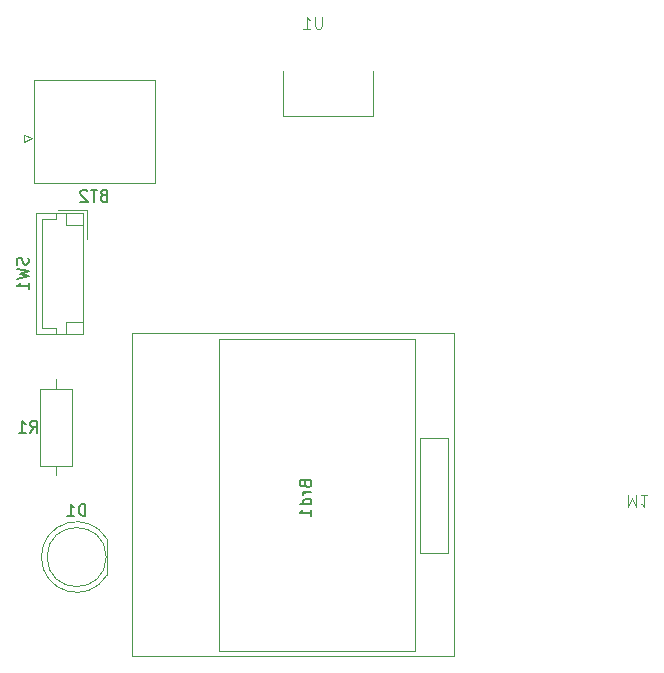
<source format=gbr>
%TF.GenerationSoftware,KiCad,Pcbnew,8.0.8*%
%TF.CreationDate,2025-02-08T15:21:21-08:00*%
%TF.ProjectId,PCB_Design,5043425f-4465-4736-9967-6e2e6b696361,V1.0*%
%TF.SameCoordinates,Original*%
%TF.FileFunction,Legend,Bot*%
%TF.FilePolarity,Positive*%
%FSLAX46Y46*%
G04 Gerber Fmt 4.6, Leading zero omitted, Abs format (unit mm)*
G04 Created by KiCad (PCBNEW 8.0.8) date 2025-02-08 15:21:21*
%MOMM*%
%LPD*%
G01*
G04 APERTURE LIST*
%ADD10C,0.150000*%
%ADD11C,0.100000*%
%ADD12C,0.120000*%
G04 APERTURE END LIST*
D10*
X47008214Y-50381009D02*
X46865357Y-50428628D01*
X46865357Y-50428628D02*
X46817738Y-50476247D01*
X46817738Y-50476247D02*
X46770119Y-50571485D01*
X46770119Y-50571485D02*
X46770119Y-50714342D01*
X46770119Y-50714342D02*
X46817738Y-50809580D01*
X46817738Y-50809580D02*
X46865357Y-50857200D01*
X46865357Y-50857200D02*
X46960595Y-50904819D01*
X46960595Y-50904819D02*
X47341547Y-50904819D01*
X47341547Y-50904819D02*
X47341547Y-49904819D01*
X47341547Y-49904819D02*
X47008214Y-49904819D01*
X47008214Y-49904819D02*
X46912976Y-49952438D01*
X46912976Y-49952438D02*
X46865357Y-50000057D01*
X46865357Y-50000057D02*
X46817738Y-50095295D01*
X46817738Y-50095295D02*
X46817738Y-50190533D01*
X46817738Y-50190533D02*
X46865357Y-50285771D01*
X46865357Y-50285771D02*
X46912976Y-50333390D01*
X46912976Y-50333390D02*
X47008214Y-50381009D01*
X47008214Y-50381009D02*
X47341547Y-50381009D01*
X46484404Y-49904819D02*
X45912976Y-49904819D01*
X46198690Y-50904819D02*
X46198690Y-49904819D01*
X45627261Y-50000057D02*
X45579642Y-49952438D01*
X45579642Y-49952438D02*
X45484404Y-49904819D01*
X45484404Y-49904819D02*
X45246309Y-49904819D01*
X45246309Y-49904819D02*
X45151071Y-49952438D01*
X45151071Y-49952438D02*
X45103452Y-50000057D01*
X45103452Y-50000057D02*
X45055833Y-50095295D01*
X45055833Y-50095295D02*
X45055833Y-50190533D01*
X45055833Y-50190533D02*
X45103452Y-50333390D01*
X45103452Y-50333390D02*
X45674880Y-50904819D01*
X45674880Y-50904819D02*
X45055833Y-50904819D01*
X40607200Y-55666667D02*
X40654819Y-55809524D01*
X40654819Y-55809524D02*
X40654819Y-56047619D01*
X40654819Y-56047619D02*
X40607200Y-56142857D01*
X40607200Y-56142857D02*
X40559580Y-56190476D01*
X40559580Y-56190476D02*
X40464342Y-56238095D01*
X40464342Y-56238095D02*
X40369104Y-56238095D01*
X40369104Y-56238095D02*
X40273866Y-56190476D01*
X40273866Y-56190476D02*
X40226247Y-56142857D01*
X40226247Y-56142857D02*
X40178628Y-56047619D01*
X40178628Y-56047619D02*
X40131009Y-55857143D01*
X40131009Y-55857143D02*
X40083390Y-55761905D01*
X40083390Y-55761905D02*
X40035771Y-55714286D01*
X40035771Y-55714286D02*
X39940533Y-55666667D01*
X39940533Y-55666667D02*
X39845295Y-55666667D01*
X39845295Y-55666667D02*
X39750057Y-55714286D01*
X39750057Y-55714286D02*
X39702438Y-55761905D01*
X39702438Y-55761905D02*
X39654819Y-55857143D01*
X39654819Y-55857143D02*
X39654819Y-56095238D01*
X39654819Y-56095238D02*
X39702438Y-56238095D01*
X39654819Y-56571429D02*
X40654819Y-56809524D01*
X40654819Y-56809524D02*
X39940533Y-57000000D01*
X39940533Y-57000000D02*
X40654819Y-57190476D01*
X40654819Y-57190476D02*
X39654819Y-57428572D01*
X40654819Y-58333333D02*
X40654819Y-57761905D01*
X40654819Y-58047619D02*
X39654819Y-58047619D01*
X39654819Y-58047619D02*
X39797676Y-57952381D01*
X39797676Y-57952381D02*
X39892914Y-57857143D01*
X39892914Y-57857143D02*
X39940533Y-57761905D01*
X40796666Y-70454819D02*
X41129999Y-69978628D01*
X41368094Y-70454819D02*
X41368094Y-69454819D01*
X41368094Y-69454819D02*
X40987142Y-69454819D01*
X40987142Y-69454819D02*
X40891904Y-69502438D01*
X40891904Y-69502438D02*
X40844285Y-69550057D01*
X40844285Y-69550057D02*
X40796666Y-69645295D01*
X40796666Y-69645295D02*
X40796666Y-69788152D01*
X40796666Y-69788152D02*
X40844285Y-69883390D01*
X40844285Y-69883390D02*
X40891904Y-69931009D01*
X40891904Y-69931009D02*
X40987142Y-69978628D01*
X40987142Y-69978628D02*
X41368094Y-69978628D01*
X39844285Y-70454819D02*
X40415713Y-70454819D01*
X40129999Y-70454819D02*
X40129999Y-69454819D01*
X40129999Y-69454819D02*
X40225237Y-69597676D01*
X40225237Y-69597676D02*
X40320475Y-69692914D01*
X40320475Y-69692914D02*
X40415713Y-69740533D01*
X64077009Y-74833333D02*
X64124628Y-74976190D01*
X64124628Y-74976190D02*
X64172247Y-75023809D01*
X64172247Y-75023809D02*
X64267485Y-75071428D01*
X64267485Y-75071428D02*
X64410342Y-75071428D01*
X64410342Y-75071428D02*
X64505580Y-75023809D01*
X64505580Y-75023809D02*
X64553200Y-74976190D01*
X64553200Y-74976190D02*
X64600819Y-74880952D01*
X64600819Y-74880952D02*
X64600819Y-74500000D01*
X64600819Y-74500000D02*
X63600819Y-74500000D01*
X63600819Y-74500000D02*
X63600819Y-74833333D01*
X63600819Y-74833333D02*
X63648438Y-74928571D01*
X63648438Y-74928571D02*
X63696057Y-74976190D01*
X63696057Y-74976190D02*
X63791295Y-75023809D01*
X63791295Y-75023809D02*
X63886533Y-75023809D01*
X63886533Y-75023809D02*
X63981771Y-74976190D01*
X63981771Y-74976190D02*
X64029390Y-74928571D01*
X64029390Y-74928571D02*
X64077009Y-74833333D01*
X64077009Y-74833333D02*
X64077009Y-74500000D01*
X64600819Y-75500000D02*
X63934152Y-75500000D01*
X64124628Y-75500000D02*
X64029390Y-75547619D01*
X64029390Y-75547619D02*
X63981771Y-75595238D01*
X63981771Y-75595238D02*
X63934152Y-75690476D01*
X63934152Y-75690476D02*
X63934152Y-75785714D01*
X64600819Y-76547619D02*
X63600819Y-76547619D01*
X64553200Y-76547619D02*
X64600819Y-76452381D01*
X64600819Y-76452381D02*
X64600819Y-76261905D01*
X64600819Y-76261905D02*
X64553200Y-76166667D01*
X64553200Y-76166667D02*
X64505580Y-76119048D01*
X64505580Y-76119048D02*
X64410342Y-76071429D01*
X64410342Y-76071429D02*
X64124628Y-76071429D01*
X64124628Y-76071429D02*
X64029390Y-76119048D01*
X64029390Y-76119048D02*
X63981771Y-76166667D01*
X63981771Y-76166667D02*
X63934152Y-76261905D01*
X63934152Y-76261905D02*
X63934152Y-76452381D01*
X63934152Y-76452381D02*
X63981771Y-76547619D01*
X64600819Y-77547619D02*
X64600819Y-76976191D01*
X64600819Y-77261905D02*
X63600819Y-77261905D01*
X63600819Y-77261905D02*
X63743676Y-77166667D01*
X63743676Y-77166667D02*
X63838914Y-77071429D01*
X63838914Y-77071429D02*
X63886533Y-76976191D01*
X45468094Y-77494819D02*
X45468094Y-76494819D01*
X45468094Y-76494819D02*
X45229999Y-76494819D01*
X45229999Y-76494819D02*
X45087142Y-76542438D01*
X45087142Y-76542438D02*
X44991904Y-76637676D01*
X44991904Y-76637676D02*
X44944285Y-76732914D01*
X44944285Y-76732914D02*
X44896666Y-76923390D01*
X44896666Y-76923390D02*
X44896666Y-77066247D01*
X44896666Y-77066247D02*
X44944285Y-77256723D01*
X44944285Y-77256723D02*
X44991904Y-77351961D01*
X44991904Y-77351961D02*
X45087142Y-77447200D01*
X45087142Y-77447200D02*
X45229999Y-77494819D01*
X45229999Y-77494819D02*
X45468094Y-77494819D01*
X43944285Y-77494819D02*
X44515713Y-77494819D01*
X44229999Y-77494819D02*
X44229999Y-76494819D01*
X44229999Y-76494819D02*
X44325237Y-76637676D01*
X44325237Y-76637676D02*
X44420475Y-76732914D01*
X44420475Y-76732914D02*
X44515713Y-76780533D01*
D11*
X65491904Y-35257419D02*
X65491904Y-36066942D01*
X65491904Y-36066942D02*
X65444285Y-36162180D01*
X65444285Y-36162180D02*
X65396666Y-36209800D01*
X65396666Y-36209800D02*
X65301428Y-36257419D01*
X65301428Y-36257419D02*
X65110952Y-36257419D01*
X65110952Y-36257419D02*
X65015714Y-36209800D01*
X65015714Y-36209800D02*
X64968095Y-36162180D01*
X64968095Y-36162180D02*
X64920476Y-36066942D01*
X64920476Y-36066942D02*
X64920476Y-35257419D01*
X63920476Y-36257419D02*
X64491904Y-36257419D01*
X64206190Y-36257419D02*
X64206190Y-35257419D01*
X64206190Y-35257419D02*
X64301428Y-35400276D01*
X64301428Y-35400276D02*
X64396666Y-35495514D01*
X64396666Y-35495514D02*
X64491904Y-35543133D01*
X91380476Y-75752580D02*
X91380476Y-76752580D01*
X91380476Y-76752580D02*
X91713809Y-76038295D01*
X91713809Y-76038295D02*
X92047142Y-76752580D01*
X92047142Y-76752580D02*
X92047142Y-75752580D01*
X93047142Y-75752580D02*
X92475714Y-75752580D01*
X92761428Y-75752580D02*
X92761428Y-76752580D01*
X92761428Y-76752580D02*
X92666190Y-76609723D01*
X92666190Y-76609723D02*
X92570952Y-76514485D01*
X92570952Y-76514485D02*
X92475714Y-76466866D01*
D12*
%TO.C,BT2*%
X40312500Y-45250000D02*
X40912500Y-45550000D01*
X40312500Y-45850000D02*
X40312500Y-45250000D01*
X40912500Y-45550000D02*
X40312500Y-45850000D01*
X41112500Y-40640000D02*
X41112500Y-49360000D01*
X41112500Y-49360000D02*
X51332500Y-49360000D01*
X51332500Y-40640000D02*
X41112500Y-40640000D01*
X51332500Y-49360000D02*
X51332500Y-40640000D01*
%TO.C,SW1*%
X41290000Y-51890000D02*
X41290000Y-62110000D01*
X41290000Y-62110000D02*
X45310000Y-62110000D01*
X41790000Y-52390000D02*
X43000000Y-52390000D01*
X41790000Y-61610000D02*
X41790000Y-52390000D01*
X43000000Y-52390000D02*
X43000000Y-51890000D01*
X43000000Y-61610000D02*
X41790000Y-61610000D01*
X43000000Y-62110000D02*
X43000000Y-61610000D01*
X43810000Y-52890000D02*
X43810000Y-51890000D01*
X43810000Y-61110000D02*
X43810000Y-62110000D01*
X45310000Y-51890000D02*
X41290000Y-51890000D01*
X45310000Y-52890000D02*
X43810000Y-52890000D01*
X45310000Y-61110000D02*
X43810000Y-61110000D01*
X45310000Y-62110000D02*
X45310000Y-51890000D01*
X45610000Y-51590000D02*
X43110000Y-51590000D01*
X45610000Y-54090000D02*
X45610000Y-51590000D01*
%TO.C,R1*%
X41630000Y-66730000D02*
X41630000Y-73270000D01*
X41630000Y-73270000D02*
X44370000Y-73270000D01*
X43000000Y-66730000D02*
X43000000Y-65960000D01*
X43000000Y-73270000D02*
X43000000Y-74040000D01*
X44370000Y-66730000D02*
X41630000Y-66730000D01*
X44370000Y-73270000D02*
X44370000Y-66730000D01*
%TO.C,Brd1*%
X49400000Y-62000000D02*
X76700000Y-62000000D01*
X49400000Y-89400000D02*
X49400000Y-62000000D01*
X56780000Y-62538000D02*
X56805000Y-65878000D01*
X56805000Y-88978000D02*
X56805000Y-65878000D01*
X73405000Y-62792000D02*
X73405000Y-65878000D01*
X73405000Y-62792000D02*
X73417000Y-62538000D01*
X73405000Y-65878000D02*
X73405000Y-88978000D01*
X73405000Y-88978000D02*
X56805000Y-88978000D01*
X73417000Y-62538000D02*
X56780000Y-62538000D01*
X73798000Y-70920000D02*
X76211000Y-70920000D01*
X73798000Y-80699000D02*
X73798000Y-70920000D01*
X73798000Y-80699000D02*
X76211000Y-80699000D01*
X76211000Y-70920000D02*
X76211000Y-80699000D01*
X76700000Y-62000000D02*
X76700000Y-89400000D01*
X76700000Y-89400000D02*
X49400000Y-89400000D01*
%TO.C,D1*%
X47290000Y-82545000D02*
X47290000Y-79455000D01*
X41740000Y-80999952D02*
G75*
G02*
X47290000Y-79455170I2990000J-48D01*
G01*
X47290000Y-82544830D02*
G75*
G02*
X41740000Y-81000048I-2560000J1544830D01*
G01*
X47230000Y-81000000D02*
G75*
G02*
X42230000Y-81000000I-2500000J0D01*
G01*
X42230000Y-81000000D02*
G75*
G02*
X47230000Y-81000000I2500000J0D01*
G01*
D11*
%TO.C,U1*%
X62190000Y-39840000D02*
X62190000Y-43650000D01*
X62190000Y-43650000D02*
X69810000Y-43650000D01*
X69810000Y-43650000D02*
X69810000Y-39840000D01*
%TD*%
M02*

</source>
